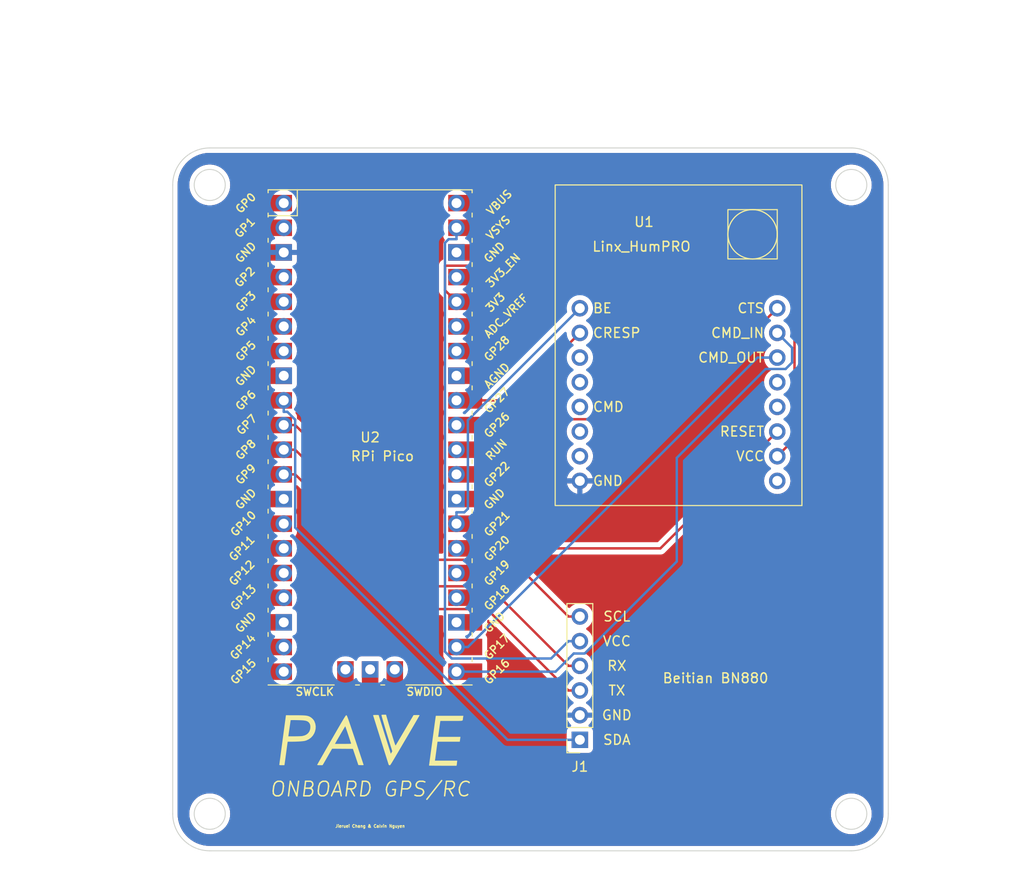
<source format=kicad_pcb>
(kicad_pcb (version 20211014) (generator pcbnew)
  (layers (0 "F.Cu" signal) (31 "B.Cu" signal) (34 "B.Paste" user) (35 "F.Paste" user) (36 "B.SilkS" user "B.Silkscreen") (37 "F.SilkS" user "F.Silkscreen") (38 "B.Mask" user) (39 "F.Mask" user) (44 "Edge.Cuts" user))
  (net 0 "")
  (net 2 "+3.3V")
  (net 3 "RESET")
  (net 6 "CMD_OUT")
  (net 7 "CMD_IN")
  (net 8 "CTS")
  (net 9 "BE")
  (net 10 "CRESP")
  (net 16 "GND")
  (net 24 "SDA")
  (net 25 "TX")
  (net 26 "RX")
  (net 27 "VCC")
  (net 47 "SCL")
  (footprint "custom:Linx_HumPRO" (layer "F.Cu") (at 170.18 85.09 -90)
    (fp_text reference "U1" (at -16.51 3.556 unlocked) (layer "F.SilkS"))
    (fp_text value "LINX_HumPRO")
    (fp_text user "VCC" (at 7.62 -8.89 unlocked) (layer "F.SilkS") (effects (justify right)))
    (fp_text user "CMD_OUT" (at -2.54 -8.89 unlocked) (layer "F.SilkS") (effects (justify right)))
    (fp_text user "GND" (at 10.16 8.89 unlocked) (layer "F.SilkS") (effects (justify left)))
    (fp_text user "CTS" (at -7.62 -8.89 unlocked) (layer "F.SilkS") (effects (justify right)))
    (fp_text user "RESET" (at 5.08 -8.89 unlocked) (layer "F.SilkS") (effects (justify right)))
    (fp_text user "BE" (at -7.62 8.89 unlocked) (layer "F.SilkS") (effects (justify left)))
    (fp_text user "CRESP" (at -5.08 8.89 unlocked) (layer "F.SilkS") (effects (justify left)))
    (fp_text user "CMD" (at 2.54 8.89 unlocked) (layer "F.SilkS") (effects (justify left)))
    (fp_text user "CMD_IN" (at -5.08 -8.89 unlocked) (layer "F.SilkS") (effects (justify right)))
    (fp_rect (start 12.7 -12.7) (end -20.32 12.7) (layer "F.SilkS") (width 0.12) (fill none))
    (fp_rect (start -17.78 -10.16) (end -12.7 -5.08) (layer "F.SilkS") (width 0.12) (fill none))
    (fp_circle (center -15.24 -7.62) (end -12.7 -7.62) (layer "F.SilkS") (width 0.12) (fill none))
    (pad "1" thru_hole oval (at 10.16 -10.16 270) (size 1.7 1.7) (drill 1.02) (layers *.Cu *.Mask))
    (pad "2" thru_hole oval (at 7.62 -10.16 270) (size 1.7 1.7) (drill 1.02) (layers *.Cu *.Mask) (net 2 "+3.3V"))
    (pad "3" thru_hole oval (at 5.08 -10.16 270) (size 1.7 1.7) (drill 1.02) (layers *.Cu *.Mask) (net 3 "RESET"))
    (pad "4" thru_hole oval (at 2.54 -10.16 270) (size 1.7 1.7) (drill 1.02) (layers *.Cu *.Mask))
    (pad "5" thru_hole oval (at 0 -10.16 270) (size 1.7 1.7) (drill 1.02) (layers *.Cu *.Mask))
    (pad "6" thru_hole oval (at -2.54 -10.16 270) (size 1.7 1.7) (drill 1.02) (layers *.Cu *.Mask) (net 6 "CMD_OUT"))
    (pad "7" thru_hole oval (at -5.08 -10.16 270) (size 1.7 1.7) (drill 1.02) (layers *.Cu *.Mask) (net 7 "CMD_IN"))
    (pad "8" thru_hole oval (at -7.62 -10.16 270) (size 1.7 1.7) (drill 1.02) (layers *.Cu *.Mask) (net 8 "CTS"))
    (pad "9" thru_hole oval (at -7.62 10.16 270) (size 1.7 1.7) (drill 1.02) (layers *.Cu *.Mask) (net 9 "BE"))
    (pad "10" thru_hole oval (at -5.08 10.16 270) (size 1.7 1.7) (drill 1.02) (layers *.Cu *.Mask) (net 10 "CRESP"))
    (pad "11" thru_hole oval (at -2.54 10.16 270) (size 1.7 1.7) (drill 1.02) (layers *.Cu *.Mask))
    (pad "12" thru_hole oval (at 0 10.16 270) (size 1.7 1.7) (drill 1.02) (layers *.Cu *.Mask))
    (pad "13" thru_hole oval (at 2.54 10.16 270) (size 1.7 1.7) (drill 1.02) (layers *.Cu *.Mask))
    (pad "14" thru_hole oval (at 5.08 10.16 270) (size 1.7 1.7) (drill 1.02) (layers *.Cu *.Mask))
    (pad "15" thru_hole oval (at 7.62 10.16 270) (size 1.7 1.7) (drill 1.02) (layers *.Cu *.Mask))
    (pad "16" thru_hole oval (at 10.16 10.16 270) (size 1.7 1.7) (drill 1.02) (layers *.Cu *.Mask) (net 16 "GND"))
  )
  (footprint "LOGO" (layer "F.Cu") (at 138.43 121.92)
    (fp_text reference "" (at 0 0) (layer "F.SilkS") (effects (font (size 1.524 1.524) (thickness 0.3))))
    (fp_text value "LOGO" hide)
    (fp_poly (pts (xy 1.68199 -2.441238) (xy 1.787293 -2.076956) (xy 1.880228 -1.757085) (xy 1.963514 -1.47248) (xy 2.039869 -1.213995) (xy 2.112013 -0.972484) (xy 2.182664 -0.738803) (xy 2.254541 -0.503806) (xy 2.330363 -0.258347) (xy 2.343904 -0.214715) (xy 2.41592 0.016551) (xy 2.473631 0.199632) (xy 2.518998 0.339556) (xy 2.55398 0.441349) (xy 2.580536 0.510037) (xy 2.600625 0.550648) (xy 2.616207 0.568207) (xy 2.62924 0.567741) (xy 2.641685 0.554277) (xy 2.642936 0.552463) (xy 2.66408 0.518174) (xy 2.710869 0.440156) (xy 2.780785 0.322668) (xy 2.871308 0.169969) (xy 2.979921 -0.013683) (xy 3.104106 -0.22403) (xy 3.241345 -0.456812) (xy 3.38912 -0.707771) (xy 3.544913 -0.972649) (xy 3.576997 -1.027236) (xy 4.469329 -2.545564) (xy 4.780229 -2.55343) (xy 4.932563 -2.555008) (xy 5.032554 -2.55051) (xy 5.083192 -2.539712) (xy 5.091128 -2.530248) (xy 5.077343 -2.502135) (xy 5.037339 -2.429588) (xy 4.973144 -2.316111) (xy 4.886785 -2.165208) (xy 4.78029 -1.980383) (xy 4.655688 -1.765139) (xy 4.515005 -1.522981) (xy 4.360269 -1.257412) (xy 4.193508 -0.971937) (xy 4.01675 -0.670059) (xy 3.863009 -0.408034) (xy 3.601762 0.036883) (xy 3.367286 0.436305) (xy 3.158084 0.792664) (xy 2.972662 1.108392) (xy 2.809525 1.38592) (xy 2.667178 1.62768) (xy 2.544125 1.836105) (xy 2.438871 2.013625) (xy 2.349921 2.162673) (xy 2.27578 2.28568) (xy 2.214953 2.385078) (xy 2.165945 2.463299) (xy 2.12726 2.522775) (xy 2.097404 2.565937) (xy 2.07488 2.595217) (xy 2.058195 2.613048) (xy 2.045852 2.62186) (xy 2.036357 2.624086) (xy 2.028215 2.622157) (xy 2.01993 2.618505) (xy 2.010007 2.615562) (xy 2.004252 2.615115) (xy 1.944377 2.604896) (xy 1.909623 2.563539) (xy 1.895145 2.524699) (xy 1.853316 2.392965) (xy 1.799274 2.222285) (xy 1.734424 2.017122) (xy 1.660171 1.781942) (xy 1.577918 1.521211) (xy 1.489071 1.239393) (xy 1.395033 0.940954) (xy 1.29721 0.630358) (xy 1.197006 0.312071) (xy 1.095825 -0.009442) (xy 0.995072 -0.329717) (xy 0.896151 -0.644287) (xy 0.800467 -0.948689) (xy 0.709424 -1.238456) (xy 0.624427 -1.509124) (xy 0.54688 -1.756227) (xy 0.478187 -1.975302) (xy 0.419754 -2.161881) (xy 0.372985 -2.311501) (xy 0.339284 -2.419696) (xy 0.320055 -2.482001) (xy 0.316037 -2.495547) (xy 0.310655 -2.524143) (xy 0.318056 -2.542598) (xy 0.347662 -2.553112) (xy 0.408895 -2.557886) (xy 0.511176 -2.559118) (xy 0.588167 -2.559084) (xy 0.876342 -2.558694) (xy 1.375581 -0.966368) (xy 1.469788 -0.665978) (xy 1.562628 -0.370112) (xy 1.652129 -0.085044) (xy 1.736317 0.182951) (xy 1.813221 0.427601) (xy 1.88087 0.642629) (xy 1.93729 0.821762) (xy 1.98051 0.958726) (xy 2.00287 1.029354) (xy 2.13092 1.432749) (xy 2.206118 1.305075) (xy 2.281315 1.177402) (xy 1.973584 0.192261) (xy 1.890576 -0.075015) (xy 1.805357 -0.35225) (xy 1.719488 -0.634142) (xy 1.63453 -0.91539) (xy 1.552045 -1.190693) (xy 1.473594 -1.454749) (xy 1.400737 -1.702257) (xy 1.335037 -1.927915) (xy 1.278054 -2.126421) (xy 1.231351 -2.292475) (xy 1.196487 -2.420775) (xy 1.175024 -2.50602) (xy 1.168456 -2.541685) (xy 1.176247 -2.564215) (xy 1.206506 -2.577985) (xy 1.269558 -2.584994) (xy 1.37573 -2.587241) (xy 1.404152 -2.587295) (xy 1.639848 -2.587295)) (layer "F.SilkS") (width 0) (fill solid))
    (fp_poly (pts (xy 9.587383 -2.399507) (xy 9.574822 -2.325356) (xy 9.56061 -2.227014) (xy 9.555013 -2.183899) (xy 9.549502 -2.12555) (xy 9.545506 -2.077577) (xy 9.537997 -2.038976) (xy 9.521948 -2.008741) (xy 9.492329 -1.985866) (xy 9.444114 -1.969346) (xy 9.372274 -1.958175) (xy 9.27178 -1.951348) (xy 9.137605 -1.947859) (xy 8.964721 -1.946702) (xy 8.748099 -1.946872) (xy 8.482712 -1.947364) (xy 8.372588 -1.947426) (xy 7.234357 -1.947426) (xy 7.220991 -1.88483) (xy 7.213681 -1.840212) (xy 7.200424 -1.749) (xy 7.182408 -1.619782) (xy 7.16082 -1.461144) (xy 7.136848 -1.281675) (xy 7.12193 -1.168456) (xy 7.096804 -0.977604) (xy 7.073167 -0.799623) (xy 7.052269 -0.643801) (xy 7.035359 -0.519425) (xy 7.023687 -0.435782) (xy 7.019929 -0.410351) (xy 7.003623 -0.306024) (xy 9.298322 -0.306024) (xy 9.281253 -0.180832) (xy 9.265745 -0.06709) (xy 9.249605 0.051292) (xy 9.247115 0.069551) (xy 9.230046 0.194743) (xy 6.939534 0.194743) (xy 6.819266 1.09195) (xy 6.789584 1.312421) (xy 6.761667 1.517963) (xy 6.736516 1.701347) (xy 6.715131 1.855342) (xy 6.698514 1.97272) (xy 6.687665 2.046251) (xy 6.684467 2.065663) (xy 6.669934 2.142169) (xy 8.965349 2.142169) (xy 8.946037 2.343866) (xy 8.934337 2.453194) (xy 8.922056 2.547701) (xy 8.911806 2.60732) (xy 8.911606 2.60816) (xy 8.896487 2.670756) (xy 7.480664 2.670756) (xy 7.205877 2.670423) (xy 6.948675 2.669467) (xy 6.71428 2.667953) (xy 6.507913 2.665945) (xy 6.334794 2.663508) (xy 6.200145 2.660706) (xy 6.109187 2.657604) (xy 6.06714 2.654266) (xy 6.064841 2.653267) (xy 6.068496 2.621843) (xy 6.079029 2.540042) (xy 6.095798 2.412616) (xy 6.118159 2.244318) (xy 6.145467 2.039901) (xy 6.177079 1.804116) (xy 6.212351 1.541718) (xy 6.25064 1.257457) (xy 6.2913 0.956088) (xy 6.333689 0.642361) (xy 6.377163 0.321031) (xy 6.421078 -0.003151) (xy 6.46479 -0.325432) (xy 6.507655 -0.641059) (xy 6.549029 -0.94528) (xy 6.588269 -1.233342) (xy 6.62473 -1.500492) (xy 6.657769 -1.741979) (xy 6.686742 -1.953049) (xy 6.711005 -2.12895) (xy 6.729914 -2.26493) (xy 6.742825 -2.356235) (xy 6.749096 -2.398113) (xy 6.749354 -2.399507) (xy 6.764772 -2.476013) (xy 9.60245 -2.476013)) (layer "F.SilkS") (width 0) (fill solid))
    (fp_poly (pts (xy -7.720483 -2.530683) (xy -7.4151 -2.529525) (xy -7.1592 -2.526322) (xy -6.946642 -2.520463) (xy -6.771288 -2.511334) (xy -6.626996 -2.498325) (xy -6.507629 -2.480822) (xy -6.407046 -2.458212) (xy -6.319107 -2.429885) (xy -6.237672 -2.395227) (xy -6.205862 -2.379614) (xy -6.055719 -2.283267) (xy -5.9133 -2.155814) (xy -5.795822 -2.014241) (xy -5.73934 -1.919339) (xy -5.6413 -1.658275) (xy -5.598289 -1.391125) (xy -5.610277 -1.119829) (xy -5.677235 -0.846327) (xy -5.758832 -0.65042) (xy -5.901391 -0.42052) (xy -6.086226 -0.221712) (xy -6.306073 -0.059755) (xy -6.55367 0.059592) (xy -6.717087 0.109458) (xy -6.83013 0.129723) (xy -6.989332 0.148245) (xy -7.185221 0.164416) (xy -7.408328 0.177629) (xy -7.649179 0.187278) (xy -7.898307 0.192754) (xy -8.031872 0.193761) (xy -8.482692 0.194743) (xy -8.498445 0.285159) (xy -8.505671 0.33283) (xy -8.519333 0.428881) (xy -8.538498 0.566541) (xy -8.562236 0.739041) (xy -8.589614 0.93961) (xy -8.619702 1.161477) (xy -8.651567 1.39787) (xy -8.652515 1.404929) (xy -8.684408 1.641644) (xy -8.714532 1.86403) (xy -8.741958 2.065317) (xy -8.765757 2.238732) (xy -8.784999 2.377508) (xy -8.798756 2.474872) (xy -8.806097 2.524054) (xy -8.806206 2.524699) (xy -8.821579 2.615115) (xy -9.084612 2.615115) (xy -9.217657 2.612776) (xy -9.301461 2.605213) (xy -9.342248 2.591607) (xy -9.348657 2.580339) (xy -9.345171 2.548268) (xy -9.334759 2.464973) (xy -9.317938 2.334372) (xy -9.295227 2.160382) (xy -9.267145 1.946921) (xy -9.234209 1.697905) (xy -9.196938 1.417252) (xy -9.15585 1.108879) (xy -9.111463 0.776703) (xy -9.064296 0.424641) (xy -9.014866 0.056611) (xy -9.008188 0.006955) (xy -8.958603 -0.361665) (xy -8.419868 -0.361665) (xy -7.791807 -0.361875) (xy -7.597693 -0.363246) (xy -7.410821 -0.366961) (xy -7.24234 -0.372615) (xy -7.103397 -0.379805) (xy -7.00514 -0.388128) (xy -6.982913 -0.391156) (xy -6.743536 -0.45271) (xy -6.54126 -0.553023) (xy -6.378531 -0.689567) (xy -6.25779 -0.859814) (xy -6.181481 -1.061237) (xy -6.153722 -1.248854) (xy -6.154381 -1.43238) (xy -6.182653 -1.579033) (xy -6.242156 -1.702144) (xy -6.295614 -1.771695) (xy -6.387009 -1.856716) (xy -6.497002 -1.919391) (xy -6.636217 -1.963751) (xy -6.815275 -1.993826) (xy -6.906037 -2.003268) (xy -6.997234 -2.009545) (xy -7.121169 -2.015341) (xy -7.268528 -2.020506) (xy -7.429994 -2.024887) (xy -7.596253 -2.028335) (xy -7.75799 -2.030697) (xy -7.905889 -2.031823) (xy -8.030635 -2.031562) (xy -8.122913 -2.029762) (xy -8.173407 -2.026273) (xy -8.180071 -2.023932) (xy -8.184111 -1.995727) (xy -8.195121 -1.919252) (xy -8.212121 -1.801306) (xy -8.23413 -1.648688) (xy -8.260167 -1.468198) (xy -8.289252 -1.266635) (xy -8.300411 -1.189321) (xy -8.419868 -0.361665) (xy -8.958603 -0.361665) (xy -8.666706 -2.531654)) (layer "F.SilkS") (width 0) (fill solid))
    (fp_poly (pts (xy -2.439113 -2.530548) (xy -2.426839 -2.525758) (xy -2.41356 -2.514013) (xy -2.39815 -2.492215) (xy -2.379482 -2.45727) (xy -2.356428 -2.40608) (xy -2.327863 -2.335551) (xy -2.292659 -2.242586) (xy -2.24969 -2.124089) (xy -2.197828 -1.976965) (xy -2.135948 -1.798117) (xy -2.062922 -1.584449) (xy -1.977624 -1.332866) (xy -1.878926 -1.040271) (xy -1.765703 -0.703569) (xy -1.636827 -0.319664) (xy -1.522533 0.021042) (xy -1.401015 0.383567) (xy -1.284655 0.731172) (xy -1.17466 1.060227) (xy -1.072236 1.367104) (xy -0.978588 1.648171) (xy -0.894923 1.8998) (xy -0.822448 2.118361) (xy -0.762368 2.300224) (xy -0.71589 2.441758) (xy -0.684221 2.539336) (xy -0.668566 2.589325) (xy -0.667056 2.595257) (xy -0.693142 2.603785) (xy -0.762861 2.609074) (xy -0.864268 2.610511) (xy -0.938937 2.609167) (xy -1.210186 2.601205) (xy -1.490975 1.766594) (xy -1.771763 0.931982) (xy -2.842979 0.924705) (xy -3.914194 0.917427) (xy -4.340227 1.661944) (xy -4.449309 1.852251) (xy -4.552397 2.031494) (xy -4.645455 2.192706) (xy -4.724449 2.328918) (xy -4.785346 2.433162) (xy -4.824112 2.498471) (xy -4.831672 2.510789) (xy -4.897083 2.615115) (xy -5.174938 2.615115) (xy -5.320659 2.6122) (xy -5.412314 2.603361) (xy -5.451177 2.588453) (xy -5.452793 2.583742) (xy -5.439181 2.55584) (xy -5.399556 2.482948) (xy -5.335734 2.368259) (xy -5.249532 2.214963) (xy -5.142764 2.026252) (xy -5.017248 1.805319) (xy -4.874798 1.555354) (xy -4.717232 1.27955) (xy -4.546364 0.981098) (xy -4.364012 0.66319) (xy -4.222723 0.417306) (xy -3.618425 0.417306) (xy -2.779949 0.417306) (xy -2.532866 0.416843) (xy -2.336689 0.415324) (xy -2.186692 0.412549) (xy -2.078147 0.408319) (xy -2.006326 0.402434) (xy -1.966502 0.394696) (xy -1.953948 0.384905) (xy -1.954348 0.38253) (xy -1.965951 0.348563) (xy -1.992913 0.268282) (xy -2.033068 0.148178) (xy -2.084249 -0.005253) (xy -2.14429 -0.18552) (xy -2.211023 -0.386127) (xy -2.256057 -0.521632) (xy -2.325735 -0.730004) (xy -2.39029 -0.920458) (xy -2.447561 -1.086824) (xy -2.49539 -1.22293) (xy -2.531616 -1.322606) (xy -2.554081 -1.379682) (xy -2.560333 -1.391019) (xy -2.576325 -1.368006) (xy -2.616394 -1.303259) (xy -2.676765 -1.203211) (xy -2.753665 -1.074295) (xy -2.84332 -0.922946) (xy -2.941956 -0.755598) (xy -3.0458 -0.578684) (xy -3.151077 -0.39864) (xy -3.254014 -0.221898) (xy -3.350837 -0.054892) (xy -3.437772 0.095942) (xy -3.511046 0.224172) (xy -3.566884 0.323363) (xy -3.582761 0.352132) (xy -3.618425 0.417306) (xy -4.222723 0.417306) (xy -4.171991 0.329017) (xy -3.988584 0.010357) (xy -3.754243 -0.396354) (xy -3.545958 -0.757485) (xy -3.362106 -1.075719) (xy -3.201063 -1.353743) (xy -3.061205 -1.594242) (xy -2.940908 -1.799901) (xy -2.838548 -1.973407) (xy -2.752501 -2.117444) (xy -2.681142 -2.234698) (xy -2.622849 -2.327854) (xy -2.575998 -2.399598) (xy -2.538964 -2.452615) (xy -2.510123 -2.489591) (xy -2.487851 -2.513211) (xy -2.470526 -2.52616) (xy -2.456522 -2.531125) (xy -2.451508 -2.531477)) (layer "F.SilkS") (width 0) (fill solid))
  )
  (footprint "MCU_RaspberryPi_and_Boards:RPi_Pico_SMD_TH" (layer "F.Cu") (at 138.43 90.77)
    (fp_text reference "U2" (at 0 0) (layer "F.SilkS"))
    (fp_text value "Pico")
    (fp_text user "GP28" (at 13.054 -9.144 45) (layer "F.SilkS") (effects (font (size 0.8 0.8))))
    (fp_text user "GP0" (at -12.8 -24.13 45) (layer "F.SilkS") (effects (font (size 0.8 0.8))))
    (fp_text user "RUN" (at 13 1.27 45) (layer "F.SilkS") (effects (font (size 0.8 0.8))))
    (fp_text user "GP5" (at -12.8 -8.89 45) (layer "F.SilkS") (effects (font (size 0.8 0.8))))
    (fp_text user "GP10" (at -13.054 8.89 45) (layer "F.SilkS") (effects (font (size 0.8 0.8))))
    (fp_text user "SWDIO" (at 5.6 26.2) (layer "F.SilkS") (effects (font (size 0.8 0.8))))
    (fp_text user "GND" (at -12.8 19.05 45) (layer "F.SilkS") (effects (font (size 0.8 0.8))))
    (fp_text user "GP2" (at -12.9 -16.51 45) (layer "F.SilkS") (effects (font (size 0.8 0.8))))
    (fp_text user "GP18" (at 13.054 16.51 45) (layer "F.SilkS") (effects (font (size 0.8 0.8))))
    (fp_text user "GP22" (at 13.054 3.81 45) (layer "F.SilkS") (effects (font (size 0.8 0.8))))
    (fp_text user "GP1" (at -12.9 -21.6 45) (layer "F.SilkS") (effects (font (size 0.8 0.8))))
    (fp_text user "GP13" (at -13.054 16.51 45) (layer "F.SilkS") (effects (font (size 0.8 0.8))))
    (fp_text user "GP14" (at -13.1 21.59 45) (layer "F.SilkS") (effects (font (size 0.8 0.8))))
    (fp_text user "GND" (at -12.8 -19.05 45) (layer "F.SilkS") (effects (font (size 0.8 0.8))))
    (fp_text user "GP17" (at 13.054 21.59 45) (layer "F.SilkS") (effects (font (size 0.8 0.8))))
    (fp_text user "GND" (at 12.8 6.35 45) (layer "F.SilkS") (effects (font (size 0.8 0.8))))
    (fp_text user "VBUS" (at 13.3 -24.2 45) (layer "F.SilkS") (effects (font (size 0.8 0.8))))
    (fp_text user "GP3" (at -12.8 -13.97 45) (layer "F.SilkS") (effects (font (size 0.8 0.8))))
    (fp_text user "GP11" (at -13.2 11.43 45) (layer "F.SilkS") (effects (font (size 0.8 0.8))))
    (fp_text user "GP9" (at -12.8 3.81 45) (layer "F.SilkS") (effects (font (size 0.8 0.8))))
    (fp_text user "GND" (at 12.8 19.05 45) (layer "F.SilkS") (effects (font (size 0.8 0.8))))
    (fp_text user "AGND" (at 13.054 -6.35 45) (layer "F.SilkS") (effects (font (size 0.8 0.8))))
    (fp_text user "GP27" (at 13.054 -3.8 45) (layer "F.SilkS") (effects (font (size 0.8 0.8))))
    (fp_text user "GP7" (at -12.7 -1.3 45) (layer "F.SilkS") (effects (font (size 0.8 0.8))))
    (fp_text user "GP12" (at -13.2 13.97 45) (layer "F.SilkS") (effects (font (size 0.8 0.8))))
    (fp_text user "GP6" (at -12.8 -3.81 45) (layer "F.SilkS") (effects (font (size 0.8 0.8))))
    (fp_text user "GP19" (at 13.054 13.97 45) (layer "F.SilkS") (effects (font (size 0.8 0.8))))
    (fp_text user "SWCLK" (at -5.7 26.2) (layer "F.SilkS") (effects (font (size 0.8 0.8))))
    (fp_text user "GND" (at -12.8 6.35 45) (layer "F.SilkS") (effects (font (size 0.8 0.8))))
    (fp_text user "GP21" (at 13.054 8.9 45) (layer "F.SilkS") (effects (font (size 0.8 0.8))))
    (fp_text user "GP26" (at 13.054 -1.27 45) (layer "F.SilkS") (effects (font (size 0.8 0.8))))
    (fp_text user "GND" (at -12.8 -6.35 45) (layer "F.SilkS") (effects (font (size 0.8 0.8))))
    (fp_text user "GP16" (at 13.054 24.13 45) (layer "F.SilkS") (effects (font (size 0.8 0.8))))
    (fp_text user "GP15" (at -13.054 24.13 45) (layer "F.SilkS") (effects (font (size 0.8 0.8))))
    (fp_text user "GP4" (at -12.8 -11.43 45) (layer "F.SilkS") (effects (font (size 0.8 0.8))))
    (fp_text user "3V3_EN" (at 13.7 -17.2 45) (layer "F.SilkS") (effects (font (size 0.8 0.8))))
    (fp_text user "VSYS" (at 13.2 -21.59 45) (layer "F.SilkS") (effects (font (size 0.8 0.8))))
    (fp_text user "3V3" (at 12.9 -13.9 45) (layer "F.SilkS") (effects (font (size 0.8 0.8))))
    (fp_text user "GP8" (at -12.8 1.27 45) (layer "F.SilkS") (effects (font (size 0.8 0.8))))
    (fp_text user "GP20" (at 13.054 11.43 45) (layer "F.SilkS") (effects (font (size 0.8 0.8))))
    (fp_text user "GND" (at 12.8 -19.05 45) (layer "F.SilkS") (effects (font (size 0.8 0.8))))
    (fp_text user "ADC_VREF" (at 14 -12.5 45) (layer "F.SilkS") (effects (font (size 0.8 0.8))))
    (fp_line (start -7.493 -22.833) (end -7.493 -25.5) (layer "F.SilkS") (width 0.12))
    (fp_line (start -10.5 4.9) (end -10.5 5.3) (layer "F.SilkS") (width 0.12))
    (fp_line (start -10.5 -12.9) (end -10.5 -12.5) (layer "F.SilkS") (width 0.12))
    (fp_line (start -10.5 2.3) (end -10.5 2.7) (layer "F.SilkS") (width 0.12))
    (fp_line (start -10.5 -23.1) (end -10.5 -22.7) (layer "F.SilkS") (width 0.12))
    (fp_line (start 10.5 7.4) (end 10.5 7.8) (layer "F.SilkS") (width 0.12))
    (fp_line (start -10.5 22.7) (end -10.5 23.1) (layer "F.SilkS") (width 0.12))
    (fp_line (start -10.5 -0.2) (end -10.5 0.2) (layer "F.SilkS") (width 0.12))
    (fp_line (start 10.5 -7.8) (end 10.5 -7.4) (layer "F.SilkS") (width 0.12))
    (fp_line (start 10.5 25.5) (end 3.7 25.5) (layer "F.SilkS") (width 0.12))
    (fp_line (start -10.5 -18) (end -10.5 -17.6) (layer "F.SilkS") (width 0.12))
    (fp_line (start -10.5 10) (end -10.5 10.4) (layer "F.SilkS") (width 0.12))
    (fp_line (start -10.5 -2.7) (end -10.5 -2.3) (layer "F.SilkS") (width 0.12))
    (fp_line (start 10.5 20.1) (end 10.5 20.5) (layer "F.SilkS") (width 0.12))
    (fp_line (start 10.5 4.9) (end 10.5 5.3) (layer "F.SilkS") (width 0.12))
    (fp_line (start -10.5 -25.5) (end 10.5 -25.5) (layer "F.SilkS") (width 0.12))
    (fp_line (start 10.5 -12.9) (end 10.5 -12.5) (layer "F.SilkS") (width 0.12))
    (fp_line (start 10.5 15.1) (end 10.5 15.5) (layer "F.SilkS") (width 0.12))
    (fp_line (start 10.5 -10.4) (end 10.5 -10) (layer "F.SilkS") (width 0.12))
    (fp_line (start -10.5 -5.3) (end -10.5 -4.9) (layer "F.SilkS") (width 0.12))
    (fp_line (start -10.5 -15.4) (end -10.5 -15) (layer "F.SilkS") (width 0.12))
    (fp_line (start 10.5 -15.4) (end 10.5 -15) (layer "F.SilkS") (width 0.12))
    (fp_line (start -10.5 20.1) (end -10.5 20.5) (layer "F.SilkS") (width 0.12))
    (fp_line (start 10.5 -23.1) (end 10.5 -22.7) (layer "F.SilkS") (width 0.12))
    (fp_line (start -10.5 7.4) (end -10.5 7.8) (layer "F.SilkS") (width 0.12))
    (fp_line (start 10.5 10) (end 10.5 10.4) (layer "F.SilkS") (width 0.12))
    (fp_line (start 10.5 22.7) (end 10.5 23.1) (layer "F.SilkS") (width 0.12))
    (fp_line (start -1.5 25.5) (end -1.1 25.5) (layer "F.SilkS") (width 0.12))
    (fp_line (start 10.5 2.3) (end 10.5 2.7) (layer "F.SilkS") (width 0.12))
    (fp_line (start 10.5 -18) (end 10.5 -17.6) (layer "F.SilkS") (width 0.12))
    (fp_line (start 10.5 -20.5) (end 10.5 -20.1) (layer "F.SilkS") (width 0.12))
    (fp_line (start -3.7 25.5) (end -10.5 25.5) (layer "F.SilkS") (width 0.12))
    (fp_line (start -10.5 -10.4) (end -10.5 -10) (layer "F.SilkS") (width 0.12))
    (fp_line (start -10.5 -22.833) (end -7.493 -22.833) (layer "F.SilkS") (width 0.12))
    (fp_line (start -10.5 -7.8) (end -10.5 -7.4) (layer "F.SilkS") (width 0.12))
    (fp_line (start 10.5 -25.5) (end 10.5 -25.2) (layer "F.SilkS") (width 0.12))
    (fp_line (start -10.5 17.6) (end -10.5 18) (layer "F.SilkS") (width 0.12))
    (fp_line (start 10.5 -2.7) (end 10.5 -2.3) (layer "F.SilkS") (width 0.12))
    (fp_line (start 1.1 25.5) (end 1.5 25.5) (layer "F.SilkS") (width 0.12))
    (fp_line (start 10.5 17.6) (end 10.5 18) (layer "F.SilkS") (width 0.12))
    (fp_line (start 10.5 12.5) (end 10.5 12.9) (layer "F.SilkS") (width 0.12))
    (fp_line (start -10.5 12.5) (end -10.5 12.9) (layer "F.SilkS") (width 0.12))
    (fp_line (start -10.5 15.1) (end -10.5 15.5) (layer "F.SilkS") (width 0.12))
    (fp_line (start -10.5 -25.5) (end -10.5 -25.2) (layer "F.SilkS") (width 0.12))
    (fp_line (start -10.5 -20.5) (end -10.5 -20.1) (layer "F.SilkS") (width 0.12))
    (fp_line (start 10.5 -5.3) (end 10.5 -4.9) (layer "F.SilkS") (width 0.12))
    (fp_line (start 10.5 -0.2) (end 10.5 0.2) (layer "F.SilkS") (width 0.12))
    (pad "1" smd rect (at -8.89 -24.13) (size 3.5 1.7) (drill (offset -0.9 0)) (layers "F.Cu" "F.Mask"))
    (pad "1" thru_hole oval (at -8.89 -24.13) (size 1.7 1.7) (drill 1.02) (layers *.Cu *.Mask))
    (pad "2" thru_hole oval (at -8.89 -21.59) (size 1.7 1.7) (drill 1.02) (layers *.Cu *.Mask))
    (pad "2" smd rect (at -8.89 -21.59) (size 3.5 1.7) (drill (offset -0.9 0)) (layers "F.Cu" "F.Mask"))
    (pad "3" thru_hole rect (at -8.89 -19.05) (size 1.7 1.7) (drill 1.02) (layers *.Cu *.Mask) (net 16 "GND"))
    (pad "3" smd rect (at -8.89 -19.05) (size 3.5 1.7) (drill (offset -0.9 0)) (layers "F.Cu" "F.Mask") (net 16 "GND"))
    (pad "4" thru_hole oval (at -8.89 -16.51) (size 1.7 1.7) (drill 1.02) (layers *.Cu *.Mask))
    (pad "4" smd rect (at -8.89 -16.51) (size 3.5 1.7) (drill (offset -0.9 0)) (layers "F.Cu" "F.Mask"))
    (pad "5" smd rect (at -8.89 -13.97) (size 3.5 1.7) (drill (offset -0.9 0)) (layers "F.Cu" "F.Mask"))
    (pad "5" thru_hole oval (at -8.89 -13.97) (size 1.7 1.7) (drill 1.02) (layers *.Cu *.Mask))
    (pad "6" thru_hole oval (at -8.89 -11.43) (size 1.7 1.7) (drill 1.02) (layers *.Cu *.Mask))
    (pad "6" smd rect (at -8.89 -11.43) (size 3.5 1.7) (drill (offset -0.9 0)) (layers "F.Cu" "F.Mask"))
    (pad "7" thru_hole oval (at -8.89 -8.89) (size 1.7 1.7) (drill 1.02) (layers *.Cu *.Mask))
    (pad "7" smd rect (at -8.89 -8.89) (size 3.5 1.7) (drill (offset -0.9 0)) (layers "F.Cu" "F.Mask"))
    (pad "8" smd rect (at -8.89 -6.35) (size 3.5 1.7) (drill (offset -0.9 0)) (layers "F.Cu" "F.Mask"))
    (pad "8" thru_hole rect (at -8.89 -6.35) (size 1.7 1.7) (drill 1.02) (layers *.Cu *.Mask))
    (pad "9" smd rect (at -8.89 -3.81) (size 3.5 1.7) (drill (offset -0.9 0)) (layers "F.Cu" "F.Mask") (net 24 "SDA"))
    (pad "9" thru_hole oval (at -8.89 -3.81) (size 1.7 1.7) (drill 1.02) (layers *.Cu *.Mask) (net 24 "SDA"))
    (pad "10" thru_hole oval (at -8.89 -1.27) (size 1.7 1.7) (drill 1.02) (layers *.Cu *.Mask) (net 47 "SCL"))
    (pad "10" smd rect (at -8.89 -1.27) (size 3.5 1.7) (drill (offset -0.9 0)) (layers "F.Cu" "F.Mask") (net 47 "SCL"))
    (pad "11" thru_hole oval (at -8.89 1.27) (size 1.7 1.7) (drill 1.02) (layers *.Cu *.Mask) (net 26 "RX"))
    (pad "11" smd rect (at -8.89 1.27) (size 3.5 1.7) (drill (offset -0.9 0)) (layers "F.Cu" "F.Mask") (net 26 "RX"))
    (pad "12" thru_hole oval (at -8.89 3.81) (size 1.7 1.7) (drill 1.02) (layers *.Cu *.Mask) (net 25 "TX"))
    (pad "12" smd rect (at -8.89 3.81) (size 3.5 1.7) (drill (offset -0.9 0)) (layers "F.Cu" "F.Mask") (net 25 "TX"))
    (pad "13" smd rect (at -8.89 6.35) (size 3.5 1.7) (drill (offset -0.9 0)) (layers "F.Cu" "F.Mask"))
    (pad "13" thru_hole rect (at -8.89 6.35) (size 1.7 1.7) (drill 1.02) (layers *.Cu *.Mask))
    (pad "14" thru_hole oval (at -8.89 8.89) (size 1.7 1.7) (drill 1.02) (layers *.Cu *.Mask))
    (pad "14" smd rect (at -8.89 8.89) (size 3.5 1.7) (drill (offset -0.9 0)) (layers "F.Cu" "F.Mask"))
    (pad "15" thru_hole oval (at -8.89 11.43) (size 1.7 1.7) (drill 1.02) (layers *.Cu *.Mask))
    (pad "15" smd rect (at -8.89 11.43) (size 3.5 1.7) (drill (offset -0.9 0)) (layers "F.Cu" "F.Mask"))
    (pad "16" thru_hole oval (at -8.89 13.97) (size 1.7 1.7) (drill 1.02) (layers *.Cu *.Mask))
    (pad "16" smd rect (at -8.89 13.97) (size 3.5 1.7) (drill (offset -0.9 0)) (layers "F.Cu" "F.Mask"))
    (pad "17" thru_hole oval (at -8.89 16.51) (size 1.7 1.7) (drill 1.02) (layers *.Cu *.Mask))
    (pad "17" smd rect (at -8.89 16.51) (size 3.5 1.7) (drill (offset -0.9 0)) (layers "F.Cu" "F.Mask"))
    (pad "18" smd rect (at -8.89 19.05) (size 3.5 1.7) (drill (offset -0.9 0)) (layers "F.Cu" "F.Mask"))
    (pad "18" thru_hole rect (at -8.89 19.05) (size 1.7 1.7) (drill 1.02) (layers *.Cu *.Mask))
    (pad "19" smd rect (at -8.89 21.59) (size 3.5 1.7) (drill (offset -0.9 0)) (layers "F.Cu" "F.Mask"))
    (pad "19" thru_hole oval (at -8.89 21.59) (size 1.7 1.7) (drill 1.02) (layers *.Cu *.Mask))
    (pad "20" thru_hole oval (at -8.89 24.13) (size 1.7 1.7) (drill 1.02) (layers *.Cu *.Mask))
    (pad "20" smd rect (at -8.89 24.13) (size 3.5 1.7) (drill (offset -0.9 0)) (layers "F.Cu" "F.Mask"))
    (pad "21" smd rect (at 8.89 24.13) (size 3.5 1.7) (drill (offset 0.9 0)) (layers "F.Cu" "F.Mask") (net 7 "CMD_IN"))
    (pad "21" thru_hole oval (at 8.89 24.13) (size 1.7 1.7) (drill 1.02) (layers *.Cu *.Mask) (net 7 "CMD_IN"))
    (pad "22" thru_hole oval (at 8.89 21.59) (size 1.7 1.7) (drill 1.02) (layers *.Cu *.Mask) (net 6 "CMD_OUT"))
    (pad "22" smd rect (at 8.89 21.59) (size 3.5 1.7) (drill (offset 0.9 0)) (layers "F.Cu" "F.Mask") (net 6 "CMD_OUT"))
    (pad "23" smd rect (at 8.89 19.05) (size 3.5 1.7) (drill (offset 0.9 0)) (layers "F.Cu" "F.Mask"))
    (pad "23" thru_hole rect (at 8.89 19.05) (size 1.7 1.7) (drill 1.02) (layers *.Cu *.Mask))
    (pad "24" thru_hole oval (at 8.89 16.51) (size 1.7 1.7) (drill 1.02) (layers *.Cu *.Mask))
    (pad "24" smd rect (at 8.89 16.51) (size 3.5 1.7) (drill (offset 0.9 0)) (layers "F.Cu" "F.Mask"))
    (pad "25" thru_hole oval (at 8.89 13.97) (size 1.7 1.7) (drill 1.02) (layers *.Cu *.Mask))
    (pad "25" smd rect (at 8.89 13.97) (size 3.5 1.7) (drill (offset 0.9 0)) (layers "F.Cu" "F.Mask"))
    (pad "26" thru_hole oval (at 8.89 11.43) (size 1.7 1.7) (drill 1.02) (layers *.Cu *.Mask) (net 3 "RESET"))
    (pad "26" smd rect (at 8.89 11.43) (size 3.5 1.7) (drill (offset 0.9 0)) (layers "F.Cu" "F.Mask") (net 3 "RESET"))
    (pad "27" smd rect (at 8.89 8.89) (size 3.5 1.7) (drill (offset 0.9 0)) (layers "F.Cu" "F.Mask") (net 9 "BE"))
    (pad "27" thru_hole oval (at 8.89 8.89) (size 1.7 1.7) (drill 1.02) (layers *.Cu *.Mask) (net 9 "BE"))
    (pad "28" thru_hole rect (at 8.89 6.35) (size 1.7 1.7) (drill 1.02) (layers *.Cu *.Mask))
    (pad "28" smd rect (at 8.89 6.35) (size 3.5 1.7) (drill (offset 0.9 0)) (layers "F.Cu" "F.Mask"))
    (pad "29" thru_hole oval (at 8.89 3.81) (size 1.7 1.7) (drill 1.02) (layers *.Cu *.Mask) (net 8 "CTS"))
    (pad "29" smd rect (at 8.89 3.81) (size 3.5 1.7) (drill (offset 0.9 0)) (layers "F.Cu" "F.Mask") (net 8 "CTS"))
    (pad "30" smd rect (at 8.89 1.27) (size 3.5 1.7) (drill (offset 0.9 0)) (layers "F.Cu" "F.Mask"))
    (pad "30" thru_hole oval (at 8.89 1.27) (size 1.7 1.7) (drill 1.02) (layers *.Cu *.Mask))
    (pad "31" smd rect (at 8.89 -1.27) (size 3.5 1.7) (drill (offset 0.9 0)) (layers "F.Cu" "F.Mask"))
    (pad "31" thru_hole oval (at 8.89 -1.27) (size 1.7 1.7) (drill 1.02) (layers *.Cu *.Mask))
    (pad "32" smd rect (at 8.89 -3.81) (size 3.5 1.7) (drill (offset 0.9 0)) (layers "F.Cu" "F.Mask") (net 10 "CRESP"))
    (pad "32" thru_hole oval (at 8.89 -3.81) (size 1.7 1.7) (drill 1.02) (layers *.Cu *.Mask) (net 10 "CRESP"))
    (pad "33" smd rect (at 8.89 -6.35) (size 3.5 1.7) (drill (offset 0.9 0)) (layers "F.Cu" "F.Mask"))
    (pad "33" thru_hole rect (at 8.89 -6.35) (size 1.7 1.7) (drill 1.02) (layers *.Cu *.Mask))
    (pad "34" thru_hole oval (at 8.89 -8.89) (size 1.7 1.7) (drill 1.02) (layers *.Cu *.Mask))
    (pad "34" smd rect (at 8.89 -8.89) (size 3.5 1.7) (drill (offset 0.9 0)) (layers "F.Cu" "F.Mask"))
    (pad "35" thru_hole oval (at 8.89 -11.43) (size 1.7 1.7) (drill 1.02) (layers *.Cu *.Mask))
    (pad "35" smd rect (at 8.89 -11.43) (size 3.5 1.7) (drill (offset 0.9 0)) (layers "F.Cu" "F.Mask"))
    (pad "36" smd rect (at 8.89 -13.97) (size 3.5 1.7) (drill (offset 0.9 0)) (layers "F.Cu" "F.Mask") (net 2 "+3.3V"))
    (pad "36" thru_hole oval (at 8.89 -13.97) (size 1.7 1.7) (drill 1.02) (layers *.Cu *.Mask) (net 2 "+3.3V"))
    (pad "37" smd rect (at 8.89 -16.51) (size 3.5 1.7) (drill (offset 0.9 0)) (layers "F.Cu" "F.Mask"))
    (pad "37" thru_hole oval (at 8.89 -16.51) (size 1.7 1.7) (drill 1.02) (layers *.Cu *.Mask))
    (pad "38" smd rect (at 8.89 -19.05) (size 3.5 1.7) (drill (offset 0.9 0)) (layers "F.Cu" "F.Mask"))
    (pad "38" thru_hole rect (at 8.89 -19.05) (size 1.7 1.7) (drill 1.02) (layers *.Cu *.Mask))
    (pad "39" thru_hole oval (at 8.89 -21.59) (size 1.7 1.7) (drill 1.02) (layers *.Cu *.Mask) (net 27 "VCC"))
    (pad "39" smd rect (at 8.89 -21.59) (size 3.5 1.7) (drill (offset 0.9 0)) (layers "F.Cu" "F.Mask") (net 27 "VCC"))
    (pad "40" smd rect (at 8.89 -24.13) (size 3.5 1.7) (drill (offset 0.9 0)) (layers "F.Cu" "F.Mask"))
    (pad "40" thru_hole oval (at 8.89 -24.13) (size 1.7 1.7) (drill 1.02) (layers *.Cu *.Mask))
    (pad "41" smd rect (at -2.54 23.9 90) (size 3.5 1.7) (drill (offset -0.9 0)) (layers "F.Cu" "F.Mask"))
    (pad "41" thru_hole oval (at -2.54 23.9) (size 1.7 1.7) (drill 1.02) (layers *.Cu *.Mask))
    (pad "42" thru_hole rect (at 0 23.9) (size 1.7 1.7) (drill 1.02) (layers *.Cu *.Mask))
    (pad "42" smd rect (at 0 23.9 90) (size 3.5 1.7) (drill (offset -0.9 0)) (layers "F.Cu" "F.Mask"))
    (pad "43" smd rect (at 2.54 23.9 90) (size 3.5 1.7) (drill (offset -0.9 0)) (layers "F.Cu" "F.Mask"))
    (pad "43" thru_hole oval (at 2.54 23.9) (size 1.7 1.7) (drill 1.02) (layers *.Cu *.Mask))
  )
  (footprint "Connector_PinSocket_2.54mm:PinSocket_1x06_P2.54mm_Vertical" (layer "F.Cu") (at 160.02 121.92 180)
    (fp_text reference "J1" (at 0 -2.77) (layer "F.SilkS"))
    (fp_text value "BN880")
    (fp_line (start 0 -1.33) (end 1.33 -1.33) (layer "F.SilkS") (width 0.12))
    (fp_line (start 1.33 1.27) (end 1.33 14.03) (layer "F.SilkS") (width 0.12))
    (fp_line (start -1.33 1.27) (end -1.33 14.03) (layer "F.SilkS") (width 0.12))
    (fp_line (start -1.33 14.03) (end 1.33 14.03) (layer "F.SilkS") (width 0.12))
    (fp_line (start -1.33 1.27) (end 1.33 1.27) (layer "F.SilkS") (width 0.12))
    (fp_line (start 1.33 -1.33) (end 1.33 0) (layer "F.SilkS") (width 0.12))
    (pad "1" thru_hole rect (at 0 0 180) (size 1.7 1.7) (drill 1.02) (layers *.Cu *.Mask) (net 24 "SDA"))
    (pad "2" thru_hole oval (at 0 2.54 180) (size 1.7 1.7) (drill 1.02) (layers *.Cu *.Mask) (net 16 "GND"))
    (pad "3" thru_hole oval (at 0 5.08 180) (size 1.7 1.7) (drill 1.02) (layers *.Cu *.Mask) (net 25 "TX"))
    (pad "4" thru_hole oval (at 0 7.62 180) (size 1.7 1.7) (drill 1.02) (layers *.Cu *.Mask) (net 26 "RX"))
    (pad "5" thru_hole oval (at 0 10.16 180) (size 1.7 1.7) (drill 1.02) (layers *.Cu *.Mask) (net 27 "VCC"))
    (pad "6" thru_hole oval (at 0 12.7 180) (size 1.7 1.7) (drill 1.02) (layers *.Cu *.Mask) (net 47 "SCL"))
  )
  (gr_arc (start 121.92 133.35) (mid 119.225923 132.234077) (end 118.11 129.54) (layer "Edge.Cuts") (width 0.1))
  (gr_arc (start 187.96 60.96) (mid 190.654077 62.075923) (end 191.77 64.77) (layer "Edge.Cuts") (width 0.1))
  (gr_line (start 121.92 60.96) (end 187.96 60.96) (layer "Edge.Cuts") (width 0.1))
  (gr_circle (center 121.92 64.77) (end 123.52 64.77) (layer "Edge.Cuts") (width 0.1) (fill none))
  (gr_line (start 191.77 129.54) (end 191.77 64.77) (layer "Edge.Cuts") (width 0.1))
  (gr_line (start 187.96 133.35) (end 121.92 133.35) (layer "Edge.Cuts") (width 0.1))
  (gr_arc (start 118.11 64.77) (mid 119.225923 62.075923) (end 121.92 60.96) (layer "Edge.Cuts") (width 0.1))
  (gr_circle (center 187.96 129.54) (end 189.56 129.54) (layer "Edge.Cuts") (width 0.1) (fill none))
  (gr_line (start 118.11 64.77) (end 118.11 129.54) (layer "Edge.Cuts") (width 0.1))
  (gr_circle (center 187.96 64.77) (end 189.56 64.77) (layer "Edge.Cuts") (width 0.1) (fill none))
  (gr_circle (center 121.92 129.54) (end 123.52 129.54) (layer "Edge.Cuts") (width 0.1) (fill none))
  (gr_arc (start 191.77 129.54) (mid 190.654077 132.234077) (end 187.96 133.35) (layer "Edge.Cuts") (width 0.1))
  (gr_text "Jieruei Chang & Calvin Nguyen" (at 138.43 130.81) (layer "F.SilkS") (effects (font (size 0.3 0.3) (thickness 0.075))))
  (gr_text "Linx_HumPRO" (at 166.37 71.12) (layer "F.SilkS") (effects (font (size 1 1))))
  (gr_text "RX" (at 163.83 114.3) (layer "F.SilkS") (effects (font (size 1 1))))
  (gr_text "TX" (at 163.83 116.84) (layer "F.SilkS") (effects (font (size 1 1))))
  (gr_text "Beitian BN880" (at 173.99 115.57) (layer "F.SilkS") (effects (font (size 1 1))))
  (gr_text "ONBOARD GPS/RC" (at 138.43 127) (layer "F.SilkS") (effects (font (size 1.5 1.5) (thickness 0.15) italic)))
  (gr_text "GND" (at 163.83 119.38) (layer "F.SilkS") (effects (font (size 1 1))))
  (gr_text "SDA" (at 163.83 121.92) (layer "F.SilkS") (effects (font (size 1 1))))
  (gr_text "VCC\n" (at 163.83 111.76) (layer "F.SilkS") (effects (font (size 1 1))))
  (gr_text "SCL" (at 163.83 109.22) (layer "F.SilkS") (effects (font (size 1 1))))
  (gr_text "RPi Pico" (at 139.7 92.71) (layer "F.SilkS") (effects (font (size 1 1))))
  (segment (start 182.118 90.931999) (end 182.118 76.708) (width 0.25) (layer "F.Cu") (net 2))
  (segment (start 182.118 76.708) (end 180.34 74.93) (width 0.25) (layer "F.Cu") (net 2))
  (segment (start 146.145 73.085) (end 146.145 75.625) (width 0.25) (layer "F.Cu") (net 2))
  (segment (start 150.295 73.085) (end 146.145 73.085) (width 0.25) (layer "F.Cu") (net 2))
  (segment (start 180.34 74.93) (end 150.3651 74.93) (width 0.25) (layer "F.Cu") (net 2))
  (segment (start 146.145 75.625) (end 147.32 76.8) (width 0.25) (layer "F.Cu") (net 2))
  (segment (start 180.34 92.71) (end 182.118 90.931999) (width 0.25) (layer "F.Cu") (net 2))
  (segment (start 150.295 74.8599) (end 150.295 73.085) (width 0.25) (layer "F.Cu") (net 2))
  (segment (start 150.3651 74.93) (end 150.295 74.8599) (width 0.25) (layer "F.Cu") (net 2))
  (segment (start 147.32 102.2) (end 168.31 102.2) (width 0.25) (layer "F.Cu") (net 3))
  (segment (start 168.31 102.2) (end 180.34 90.17) (width 0.25) (layer "F.Cu") (net 3))
  (segment (start 148.4951 112.36) (end 178.3051 82.55) (width 0.25) (layer "B.Cu") (net 6))
  (segment (start 147.32 112.36) (end 148.4951 112.36) (width 0.25) (layer "B.Cu") (net 6))
  (segment (start 178.3051 82.55) (end 180.34 82.55) (width 0.25) (layer "B.Cu") (net 6))
  (segment (start 169.9988 92.8753) (end 179.1491 83.725) (width 0.25) (layer "B.Cu") (net 7))
  (segment (start 157.52 114.9) (end 159.39 113.03) (width 0.25) (layer "B.Cu") (net 7))
  (segment (start 181.864 81.534) (end 180.34 80.01) (width 0.25) (layer "B.Cu") (net 7))
  (segment (start 169.9988 103.5494) (end 169.9988 92.8753) (width 0.25) (layer "B.Cu") (net 7))
  (segment (start 181.864 83.058) (end 181.864 81.534) (width 0.25) (layer "B.Cu") (net 7))
  (segment (start 160.5182 113.03) (end 169.9988 103.5494) (width 0.25) (layer "B.Cu") (net 7))
  (segment (start 159.39 113.03) (end 160.5182 113.03) (width 0.25) (layer "B.Cu") (net 7))
  (segment (start 179.1491 83.725) (end 181.197 83.725) (width 0.25) (layer "B.Cu") (net 7))
  (segment (start 147.32 114.9) (end 157.52 114.9) (width 0.25) (layer "B.Cu") (net 7))
  (segment (start 181.197 83.725) (end 181.864 83.058) (width 0.25) (layer "B.Cu") (net 7))
  (segment (start 147.32 94.58) (end 152.1121 94.58) (width 0.25) (layer "F.Cu") (net 8))
  (segment (start 157.7921 88.9) (end 168.91 88.9) (width 0.25) (layer "F.Cu") (net 8))
  (segment (start 168.91 88.9) (end 180.34 77.47) (width 0.25) (layer "F.Cu") (net 8))
  (segment (start 152.1121 94.58) (end 157.7921 88.9) (width 0.25) (layer "F.Cu") (net 8))
  (segment (start 148.4951 88.9949) (end 160.02 77.47) (width 0.25) (layer "B.Cu") (net 9))
  (segment (start 147.32 99.66) (end 147.32 98.4849) (width 0.25) (layer "B.Cu") (net 9))
  (segment (start 147.32 98.4849) (end 148.1279 98.4849) (width 0.25) (layer "B.Cu") (net 9))
  (segment (start 148.4951 98.1177) (end 148.4951 88.9949) (width 0.25) (layer "B.Cu") (net 9))
  (segment (start 148.1279 98.4849) (end 148.4951 98.1177) (width 0.25) (layer "B.Cu") (net 9))
  (segment (start 153.07 86.96) (end 160.02 80.01) (width 0.25) (layer "F.Cu") (net 10))
  (segment (start 147.32 86.96) (end 153.07 86.96) (width 0.25) (layer "F.Cu") (net 10))
  (segment (start 130.7151 100.0604) (end 152.5747 121.92) (width 0.25) (layer "B.Cu") (net 24))
  (segment (start 129.54 88.1351) (end 129.9073 88.1351) (width 0.25) (layer "B.Cu") (net 24))
  (segment (start 129.9073 88.1351) (end 130.7151 88.9429) (width 0.25) (layer "B.Cu") (net 24))
  (segment (start 152.5747 121.92) (end 160.02 121.92) (width 0.25) (layer "B.Cu") (net 24))
  (segment (start 130.7151 88.9429) (end 130.7151 100.0604) (width 0.25) (layer "B.Cu") (net 24))
  (segment (start 129.54 86.96) (end 129.54 88.1351) (width 0.25) (layer "B.Cu") (net 24))
  (segment (start 130.7151 94.58) (end 144.5903 108.4552) (width 0.25) (layer "F.Cu") (net 25))
  (segment (start 129.54 94.58) (end 130.7151 94.58) (width 0.25) (layer "F.Cu") (net 25))
  (segment (start 150.4601 108.4552) (end 158.8449 116.84) (width 0.25) (layer "F.Cu") (net 25))
  (segment (start 160.02 116.84) (end 158.8449 116.84) (width 0.25) (layer "F.Cu") (net 25))
  (segment (start 144.5903 108.4552) (end 150.4601 108.4552) (width 0.25) (layer "F.Cu") (net 25))
  (segment (start 158.8449 114.3) (end 150.6495 106.1046) (width 0.25) (layer "F.Cu") (net 26))
  (segment (start 160.02 114.3) (end 158.8449 114.3) (width 0.25) (layer "F.Cu") (net 26))
  (segment (start 150.6495 106.1046) (end 144.7797 106.1046) (width 0.25) (layer "F.Cu") (net 26))
  (segment (start 144.7797 106.1046) (end 130.7151 92.04) (width 0.25) (layer "F.Cu") (net 26))
  (segment (start 129.54 92.04) (end 130.7151 92.04) (width 0.25) (layer "F.Cu") (net 26))
  (segment (start 146.5121 70.3551) (end 146.135 70.7322) (width 0.25) (layer "B.Cu") (net 27))
  (segment (start 147.32 69.18) (end 147.32 70.3551) (width 0.25) (layer "B.Cu") (net 27))
  (segment (start 146.135 70.7322) (end 146.135 112.8391) (width 0.25) (layer "B.Cu") (net 27))
  (segment (start 160.02 111.76) (end 158.8449 111.76) (width 0.25) (layer "B.Cu") (net 27))
  (segment (start 146.135 112.8391) (end 146.8417 113.5458) (width 0.25) (layer "B.Cu") (net 27))
  (segment (start 146.8417 113.5458) (end 157.0591 113.5458) (width 0.25) (layer "B.Cu") (net 27))
  (segment (start 157.0591 113.5458) (end 158.8449 111.76) (width 0.25) (layer "B.Cu") (net 27))
  (segment (start 147.32 70.3551) (end 146.5121 70.3551) (width 0.25) (layer "B.Cu") (net 27))
  (segment (start 153.0001 103.3752) (end 158.8449 109.22) (width 0.25) (layer "F.Cu") (net 47))
  (segment (start 160.02 109.22) (end 158.8449 109.22) (width 0.25) (layer "F.Cu") (net 47))
  (segment (start 144.5903 103.3752) (end 153.0001 103.3752) (width 0.25) (layer "F.Cu") (net 47))
  (segment (start 130.7151 89.5) (end 144.5903 103.3752) (width 0.25) (layer "F.Cu") (net 47))
  (segment (start 129.54 89.5) (end 130.7151 89.5) (width 0.25) (layer "F.Cu") (net 47))
  (zone (net 16) (net_name "GND") (layers F&B.Cu) (connect_pads (clearance 0.508)) (min_thickness 0.254) (fill yes (thermal_gap 0.508) (thermal_bridge_width 0.508))
    (polygon (pts (xy 203.2 134.62) (xy 102.87 134.62) (xy 102.87 48.26) (xy 203.2 48.26)))
  )
  (zone (net 16) (net_name "GND") (layer "B.Cu") (connect_pads (clearance 0.508)) (min_thickness 0.254) (fill yes (thermal_gap 0.508) (thermal_bridge_width 0.508))
    (polygon (pts (xy 205.74 137.16) (xy 100.33 137.16) (xy 100.33 45.72) (xy 205.74 45.72)))
  )
)
</source>
